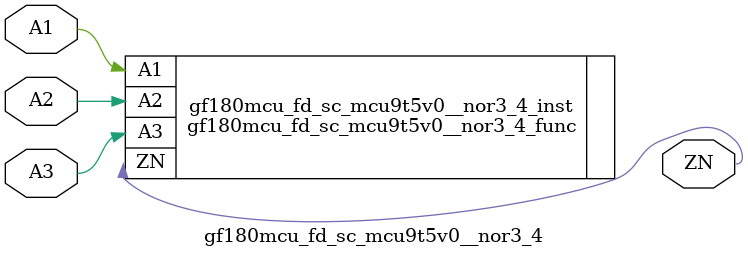
<source format=v>

module gf180mcu_fd_sc_mcu9t5v0__nor3_4( A2, ZN, A3, A1 );
input A1, A2, A3;
output ZN;

   `ifdef FUNCTIONAL  //  functional //

	gf180mcu_fd_sc_mcu9t5v0__nor3_4_func gf180mcu_fd_sc_mcu9t5v0__nor3_4_behav_inst(.A2(A2),.ZN(ZN),.A3(A3),.A1(A1));

   `else

	gf180mcu_fd_sc_mcu9t5v0__nor3_4_func gf180mcu_fd_sc_mcu9t5v0__nor3_4_inst(.A2(A2),.ZN(ZN),.A3(A3),.A1(A1));

	// spec_gates_begin


	// spec_gates_end



   specify

	// specify_block_begin

	// comb arc A1 --> ZN
	 (A1 => ZN) = (1.0,1.0);

	// comb arc A2 --> ZN
	 (A2 => ZN) = (1.0,1.0);

	// comb arc A3 --> ZN
	 (A3 => ZN) = (1.0,1.0);

	// specify_block_end

   endspecify

   `endif

endmodule

</source>
